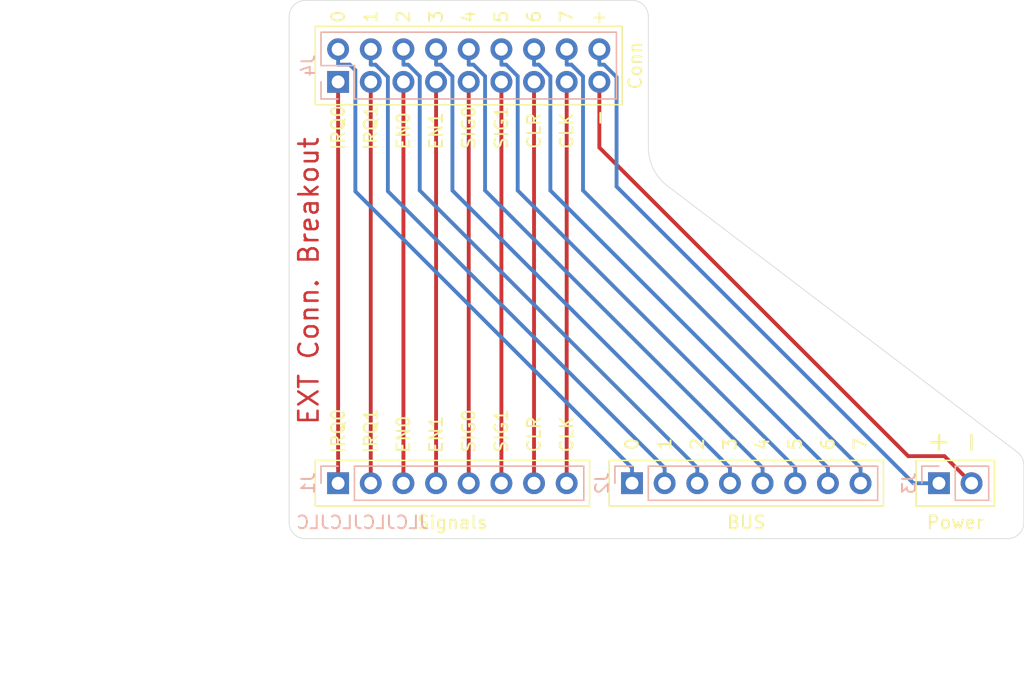
<source format=kicad_pcb>
(kicad_pcb (version 20171130) (host pcbnew "(5.1.5-0-10_14)")

  (general
    (thickness 1.6)
    (drawings 70)
    (tracks 72)
    (zones 0)
    (modules 4)
    (nets 19)
  )

  (page A4)
  (layers
    (0 F.Cu signal)
    (31 B.Cu signal)
    (32 B.Adhes user)
    (33 F.Adhes user)
    (34 B.Paste user)
    (35 F.Paste user)
    (36 B.SilkS user)
    (37 F.SilkS user)
    (38 B.Mask user)
    (39 F.Mask user)
    (40 Dwgs.User user)
    (41 Cmts.User user)
    (42 Eco1.User user)
    (43 Eco2.User user)
    (44 Edge.Cuts user)
    (45 Margin user)
    (46 B.CrtYd user)
    (47 F.CrtYd user)
    (48 B.Fab user)
    (49 F.Fab user)
  )

  (setup
    (last_trace_width 0.3)
    (trace_clearance 0.2)
    (zone_clearance 0.508)
    (zone_45_only no)
    (trace_min 0.2)
    (via_size 0.8)
    (via_drill 0.4)
    (via_min_size 0.4)
    (via_min_drill 0.3)
    (uvia_size 0.3)
    (uvia_drill 0.1)
    (uvias_allowed no)
    (uvia_min_size 0.2)
    (uvia_min_drill 0.1)
    (edge_width 0.05)
    (segment_width 0.2)
    (pcb_text_width 0.3)
    (pcb_text_size 1.5 1.5)
    (mod_edge_width 0.12)
    (mod_text_size 1 1)
    (mod_text_width 0.15)
    (pad_size 1.524 1.524)
    (pad_drill 0.762)
    (pad_to_mask_clearance 0.051)
    (solder_mask_min_width 0.25)
    (aux_axis_origin 0 0)
    (visible_elements FFFFFF7F)
    (pcbplotparams
      (layerselection 0x010f0_ffffffff)
      (usegerberextensions false)
      (usegerberattributes false)
      (usegerberadvancedattributes false)
      (creategerberjobfile false)
      (excludeedgelayer true)
      (linewidth 0.100000)
      (plotframeref false)
      (viasonmask false)
      (mode 1)
      (useauxorigin false)
      (hpglpennumber 1)
      (hpglpenspeed 20)
      (hpglpendiameter 15.000000)
      (psnegative false)
      (psa4output false)
      (plotreference true)
      (plotvalue true)
      (plotinvisibletext false)
      (padsonsilk false)
      (subtractmaskfromsilk false)
      (outputformat 1)
      (mirror false)
      (drillshape 0)
      (scaleselection 1)
      (outputdirectory "/Users/fscozzafava/Library/Mobile Documents/com~apple~CloudDocs/computer project/bus_breakout/gerber/"))
  )

  (net 0 "")
  (net 1 "Net-(J1-Pad8)")
  (net 2 "Net-(J1-Pad7)")
  (net 3 "Net-(J1-Pad6)")
  (net 4 "Net-(J1-Pad5)")
  (net 5 "Net-(J1-Pad4)")
  (net 6 "Net-(J1-Pad3)")
  (net 7 "Net-(J1-Pad2)")
  (net 8 "Net-(J1-Pad1)")
  (net 9 "Net-(J2-Pad8)")
  (net 10 "Net-(J2-Pad7)")
  (net 11 "Net-(J2-Pad6)")
  (net 12 "Net-(J2-Pad5)")
  (net 13 "Net-(J2-Pad4)")
  (net 14 "Net-(J2-Pad3)")
  (net 15 "Net-(J2-Pad2)")
  (net 16 "Net-(J2-Pad1)")
  (net 17 "Net-(J3-Pad2)")
  (net 18 "Net-(J3-Pad1)")

  (net_class Default "This is the default net class."
    (clearance 0.2)
    (trace_width 0.3)
    (via_dia 0.8)
    (via_drill 0.4)
    (uvia_dia 0.3)
    (uvia_drill 0.1)
    (add_net "Net-(J1-Pad1)")
    (add_net "Net-(J1-Pad2)")
    (add_net "Net-(J1-Pad3)")
    (add_net "Net-(J1-Pad4)")
    (add_net "Net-(J1-Pad5)")
    (add_net "Net-(J1-Pad6)")
    (add_net "Net-(J1-Pad7)")
    (add_net "Net-(J1-Pad8)")
    (add_net "Net-(J2-Pad1)")
    (add_net "Net-(J2-Pad2)")
    (add_net "Net-(J2-Pad3)")
    (add_net "Net-(J2-Pad4)")
    (add_net "Net-(J2-Pad5)")
    (add_net "Net-(J2-Pad6)")
    (add_net "Net-(J2-Pad7)")
    (add_net "Net-(J2-Pad8)")
    (add_net "Net-(J3-Pad1)")
    (add_net "Net-(J3-Pad2)")
  )

  (module Connector_PinHeader_2.54mm:PinHeader_2x09_P2.54mm_Vertical (layer F.Cu) (tedit 5E7F5B93) (tstamp 5E80E906)
    (at 82.55 41.91 90)
    (descr "Through hole straight pin header, 2x09, 2.54mm pitch, double rows")
    (tags "Through hole pin header THT 2x09 2.54mm double row")
    (path /5E7F9439)
    (fp_text reference J4 (at 1.27 -2.33 90) (layer B.SilkS)
      (effects (font (size 1 1) (thickness 0.15)) (justify mirror))
    )
    (fp_text value Conn (at 1.27 23.114 90) (layer F.SilkS)
      (effects (font (size 1 1) (thickness 0.15)))
    )
    (fp_line (start 0 -1.27) (end 3.81 -1.27) (layer F.Fab) (width 0.1))
    (fp_line (start 3.81 -1.27) (end 3.81 21.59) (layer F.Fab) (width 0.1))
    (fp_line (start 3.81 21.59) (end -1.27 21.59) (layer F.Fab) (width 0.1))
    (fp_line (start -1.27 21.59) (end -1.27 0) (layer F.Fab) (width 0.1))
    (fp_line (start -1.27 0) (end 0 -1.27) (layer F.Fab) (width 0.1))
    (fp_line (start -1.33 21.65) (end 3.87 21.65) (layer B.SilkS) (width 0.12))
    (fp_line (start -1.33 1.27) (end -1.33 21.65) (layer B.SilkS) (width 0.12))
    (fp_line (start 3.87 -1.33) (end 3.87 21.65) (layer B.SilkS) (width 0.12))
    (fp_line (start -1.33 1.27) (end 1.27 1.27) (layer B.SilkS) (width 0.12))
    (fp_line (start 1.27 1.27) (end 1.27 -1.33) (layer B.SilkS) (width 0.12))
    (fp_line (start 1.27 -1.33) (end 3.87 -1.33) (layer B.SilkS) (width 0.12))
    (fp_line (start -1.33 0) (end -1.33 -1.33) (layer B.SilkS) (width 0.12))
    (fp_line (start -1.33 -1.33) (end 0 -1.33) (layer B.SilkS) (width 0.12))
    (fp_line (start -1.8 -1.8) (end -1.8 22.1) (layer F.CrtYd) (width 0.05))
    (fp_line (start -1.8 22.1) (end 4.35 22.1) (layer F.CrtYd) (width 0.05))
    (fp_line (start 4.35 22.1) (end 4.35 -1.8) (layer F.CrtYd) (width 0.05))
    (fp_line (start 4.35 -1.8) (end -1.8 -1.8) (layer F.CrtYd) (width 0.05))
    (fp_text user %R (at 1.27 10.16 180) (layer F.Fab)
      (effects (font (size 1 1) (thickness 0.15)))
    )
    (pad 1 thru_hole rect (at 0 0 90) (size 1.7 1.7) (drill 1) (layers *.Cu *.Mask)
      (net 8 "Net-(J1-Pad1)"))
    (pad 2 thru_hole oval (at 2.54 0 90) (size 1.7 1.7) (drill 1) (layers *.Cu *.Mask)
      (net 16 "Net-(J2-Pad1)"))
    (pad 3 thru_hole oval (at 0 2.54 90) (size 1.7 1.7) (drill 1) (layers *.Cu *.Mask)
      (net 7 "Net-(J1-Pad2)"))
    (pad 4 thru_hole oval (at 2.54 2.54 90) (size 1.7 1.7) (drill 1) (layers *.Cu *.Mask)
      (net 15 "Net-(J2-Pad2)"))
    (pad 5 thru_hole oval (at 0 5.08 90) (size 1.7 1.7) (drill 1) (layers *.Cu *.Mask)
      (net 6 "Net-(J1-Pad3)"))
    (pad 6 thru_hole oval (at 2.54 5.08 90) (size 1.7 1.7) (drill 1) (layers *.Cu *.Mask)
      (net 14 "Net-(J2-Pad3)"))
    (pad 7 thru_hole oval (at 0 7.62 90) (size 1.7 1.7) (drill 1) (layers *.Cu *.Mask)
      (net 5 "Net-(J1-Pad4)"))
    (pad 8 thru_hole oval (at 2.54 7.62 90) (size 1.7 1.7) (drill 1) (layers *.Cu *.Mask)
      (net 13 "Net-(J2-Pad4)"))
    (pad 9 thru_hole oval (at 0 10.16 90) (size 1.7 1.7) (drill 1) (layers *.Cu *.Mask)
      (net 4 "Net-(J1-Pad5)"))
    (pad 10 thru_hole oval (at 2.54 10.16 90) (size 1.7 1.7) (drill 1) (layers *.Cu *.Mask)
      (net 12 "Net-(J2-Pad5)"))
    (pad 11 thru_hole oval (at 0 12.7 90) (size 1.7 1.7) (drill 1) (layers *.Cu *.Mask)
      (net 3 "Net-(J1-Pad6)"))
    (pad 12 thru_hole oval (at 2.54 12.7 90) (size 1.7 1.7) (drill 1) (layers *.Cu *.Mask)
      (net 11 "Net-(J2-Pad6)"))
    (pad 13 thru_hole oval (at 0 15.24 90) (size 1.7 1.7) (drill 1) (layers *.Cu *.Mask)
      (net 2 "Net-(J1-Pad7)"))
    (pad 14 thru_hole oval (at 2.54 15.24 90) (size 1.7 1.7) (drill 1) (layers *.Cu *.Mask)
      (net 10 "Net-(J2-Pad7)"))
    (pad 15 thru_hole oval (at 0 17.78 90) (size 1.7 1.7) (drill 1) (layers *.Cu *.Mask)
      (net 1 "Net-(J1-Pad8)"))
    (pad 16 thru_hole oval (at 2.54 17.78 90) (size 1.7 1.7) (drill 1) (layers *.Cu *.Mask)
      (net 9 "Net-(J2-Pad8)"))
    (pad 17 thru_hole oval (at 0 20.32 90) (size 1.7 1.7) (drill 1) (layers *.Cu *.Mask)
      (net 17 "Net-(J3-Pad2)"))
    (pad 18 thru_hole oval (at 2.54 20.32 90) (size 1.7 1.7) (drill 1) (layers *.Cu *.Mask)
      (net 18 "Net-(J3-Pad1)"))
    (model ${KISYS3DMOD}/Connector_PinHeader_2.54mm.3dshapes/PinHeader_2x09_P2.54mm_Vertical.wrl
      (at (xyz 0 0 0))
      (scale (xyz 1 1 1))
      (rotate (xyz 0 0 0))
    )
  )

  (module Connector_PinHeader_2.54mm:PinHeader_1x02_P2.54mm_Vertical (layer B.Cu) (tedit 59FED5CC) (tstamp 5E80E8DE)
    (at 129.286 73.152 270)
    (descr "Through hole straight pin header, 1x02, 2.54mm pitch, single row")
    (tags "Through hole pin header THT 1x02 2.54mm single row")
    (path /5E7F8A6C)
    (fp_text reference J3 (at 0 2.33 270) (layer B.SilkS)
      (effects (font (size 1 1) (thickness 0.15)) (justify mirror))
    )
    (fp_text value Power (at 3.048 -1.27 180) (layer F.SilkS)
      (effects (font (size 1 1) (thickness 0.15)))
    )
    (fp_text user %R (at 0 -1.27) (layer B.Fab)
      (effects (font (size 1 1) (thickness 0.15)) (justify mirror))
    )
    (fp_line (start 1.8 1.8) (end -1.8 1.8) (layer B.CrtYd) (width 0.05))
    (fp_line (start 1.8 -4.35) (end 1.8 1.8) (layer B.CrtYd) (width 0.05))
    (fp_line (start -1.8 -4.35) (end 1.8 -4.35) (layer B.CrtYd) (width 0.05))
    (fp_line (start -1.8 1.8) (end -1.8 -4.35) (layer B.CrtYd) (width 0.05))
    (fp_line (start -1.33 1.33) (end 0 1.33) (layer B.SilkS) (width 0.12))
    (fp_line (start -1.33 0) (end -1.33 1.33) (layer B.SilkS) (width 0.12))
    (fp_line (start -1.33 -1.27) (end 1.33 -1.27) (layer B.SilkS) (width 0.12))
    (fp_line (start 1.33 -1.27) (end 1.33 -3.87) (layer B.SilkS) (width 0.12))
    (fp_line (start -1.33 -1.27) (end -1.33 -3.87) (layer B.SilkS) (width 0.12))
    (fp_line (start -1.33 -3.87) (end 1.33 -3.87) (layer B.SilkS) (width 0.12))
    (fp_line (start -1.27 0.635) (end -0.635 1.27) (layer B.Fab) (width 0.1))
    (fp_line (start -1.27 -3.81) (end -1.27 0.635) (layer B.Fab) (width 0.1))
    (fp_line (start 1.27 -3.81) (end -1.27 -3.81) (layer B.Fab) (width 0.1))
    (fp_line (start 1.27 1.27) (end 1.27 -3.81) (layer B.Fab) (width 0.1))
    (fp_line (start -0.635 1.27) (end 1.27 1.27) (layer B.Fab) (width 0.1))
    (pad 2 thru_hole oval (at 0 -2.54 270) (size 1.7 1.7) (drill 1) (layers *.Cu *.Mask)
      (net 17 "Net-(J3-Pad2)"))
    (pad 1 thru_hole rect (at 0 0 270) (size 1.7 1.7) (drill 1) (layers *.Cu *.Mask)
      (net 18 "Net-(J3-Pad1)"))
    (model ${KISYS3DMOD}/Connector_PinHeader_2.54mm.3dshapes/PinHeader_1x02_P2.54mm_Vertical.wrl
      (at (xyz 0 0 0))
      (scale (xyz 1 1 1))
      (rotate (xyz 0 0 0))
    )
  )

  (module Connector_PinHeader_2.54mm:PinHeader_1x08_P2.54mm_Vertical (layer B.Cu) (tedit 59FED5CC) (tstamp 5E80E8C8)
    (at 105.41 73.152 270)
    (descr "Through hole straight pin header, 1x08, 2.54mm pitch, single row")
    (tags "Through hole pin header THT 1x08 2.54mm single row")
    (path /5E7F6C54)
    (fp_text reference J2 (at 0 2.33 270) (layer B.SilkS)
      (effects (font (size 1 1) (thickness 0.15)) (justify mirror))
    )
    (fp_text value BUS (at 3.048 -8.89 180) (layer F.SilkS)
      (effects (font (size 1 1) (thickness 0.15)))
    )
    (fp_line (start -0.635 1.27) (end 1.27 1.27) (layer B.Fab) (width 0.1))
    (fp_line (start 1.27 1.27) (end 1.27 -19.05) (layer B.Fab) (width 0.1))
    (fp_line (start 1.27 -19.05) (end -1.27 -19.05) (layer B.Fab) (width 0.1))
    (fp_line (start -1.27 -19.05) (end -1.27 0.635) (layer B.Fab) (width 0.1))
    (fp_line (start -1.27 0.635) (end -0.635 1.27) (layer B.Fab) (width 0.1))
    (fp_line (start -1.33 -19.11) (end 1.33 -19.11) (layer B.SilkS) (width 0.12))
    (fp_line (start -1.33 -1.27) (end -1.33 -19.11) (layer B.SilkS) (width 0.12))
    (fp_line (start 1.33 -1.27) (end 1.33 -19.11) (layer B.SilkS) (width 0.12))
    (fp_line (start -1.33 -1.27) (end 1.33 -1.27) (layer B.SilkS) (width 0.12))
    (fp_line (start -1.33 0) (end -1.33 1.33) (layer B.SilkS) (width 0.12))
    (fp_line (start -1.33 1.33) (end 0 1.33) (layer B.SilkS) (width 0.12))
    (fp_line (start -1.8 1.8) (end -1.8 -19.55) (layer B.CrtYd) (width 0.05))
    (fp_line (start -1.8 -19.55) (end 1.8 -19.55) (layer B.CrtYd) (width 0.05))
    (fp_line (start 1.8 -19.55) (end 1.8 1.8) (layer B.CrtYd) (width 0.05))
    (fp_line (start 1.8 1.8) (end -1.8 1.8) (layer B.CrtYd) (width 0.05))
    (fp_text user %R (at 0 -8.89) (layer B.Fab)
      (effects (font (size 1 1) (thickness 0.15)) (justify mirror))
    )
    (pad 1 thru_hole rect (at 0 0 270) (size 1.7 1.7) (drill 1) (layers *.Cu *.Mask)
      (net 16 "Net-(J2-Pad1)"))
    (pad 2 thru_hole oval (at 0 -2.54 270) (size 1.7 1.7) (drill 1) (layers *.Cu *.Mask)
      (net 15 "Net-(J2-Pad2)"))
    (pad 3 thru_hole oval (at 0 -5.08 270) (size 1.7 1.7) (drill 1) (layers *.Cu *.Mask)
      (net 14 "Net-(J2-Pad3)"))
    (pad 4 thru_hole oval (at 0 -7.62 270) (size 1.7 1.7) (drill 1) (layers *.Cu *.Mask)
      (net 13 "Net-(J2-Pad4)"))
    (pad 5 thru_hole oval (at 0 -10.16 270) (size 1.7 1.7) (drill 1) (layers *.Cu *.Mask)
      (net 12 "Net-(J2-Pad5)"))
    (pad 6 thru_hole oval (at 0 -12.7 270) (size 1.7 1.7) (drill 1) (layers *.Cu *.Mask)
      (net 11 "Net-(J2-Pad6)"))
    (pad 7 thru_hole oval (at 0 -15.24 270) (size 1.7 1.7) (drill 1) (layers *.Cu *.Mask)
      (net 10 "Net-(J2-Pad7)"))
    (pad 8 thru_hole oval (at 0 -17.78 270) (size 1.7 1.7) (drill 1) (layers *.Cu *.Mask)
      (net 9 "Net-(J2-Pad8)"))
    (model ${KISYS3DMOD}/Connector_PinHeader_2.54mm.3dshapes/PinHeader_1x08_P2.54mm_Vertical.wrl
      (at (xyz 0 0 0))
      (scale (xyz 1 1 1))
      (rotate (xyz 0 0 0))
    )
  )

  (module Connector_PinHeader_2.54mm:PinHeader_1x08_P2.54mm_Vertical (layer B.Cu) (tedit 59FED5CC) (tstamp 5E80E8AC)
    (at 82.55 73.152 270)
    (descr "Through hole straight pin header, 1x08, 2.54mm pitch, single row")
    (tags "Through hole pin header THT 1x08 2.54mm single row")
    (path /5E7F3AE4)
    (fp_text reference J1 (at 0 2.33 270) (layer B.SilkS)
      (effects (font (size 1 1) (thickness 0.15)) (justify mirror))
    )
    (fp_text value Signals (at 3.048 -8.89 180) (layer F.SilkS)
      (effects (font (size 1 1) (thickness 0.15)))
    )
    (fp_line (start -0.635 1.27) (end 1.27 1.27) (layer B.Fab) (width 0.1))
    (fp_line (start 1.27 1.27) (end 1.27 -19.05) (layer B.Fab) (width 0.1))
    (fp_line (start 1.27 -19.05) (end -1.27 -19.05) (layer B.Fab) (width 0.1))
    (fp_line (start -1.27 -19.05) (end -1.27 0.635) (layer B.Fab) (width 0.1))
    (fp_line (start -1.27 0.635) (end -0.635 1.27) (layer B.Fab) (width 0.1))
    (fp_line (start -1.33 -19.11) (end 1.33 -19.11) (layer B.SilkS) (width 0.12))
    (fp_line (start -1.33 -1.27) (end -1.33 -19.11) (layer B.SilkS) (width 0.12))
    (fp_line (start 1.33 -1.27) (end 1.33 -19.11) (layer B.SilkS) (width 0.12))
    (fp_line (start -1.33 -1.27) (end 1.33 -1.27) (layer B.SilkS) (width 0.12))
    (fp_line (start -1.33 0) (end -1.33 1.33) (layer B.SilkS) (width 0.12))
    (fp_line (start -1.33 1.33) (end 0 1.33) (layer B.SilkS) (width 0.12))
    (fp_line (start -1.8 1.8) (end -1.8 -19.55) (layer B.CrtYd) (width 0.05))
    (fp_line (start -1.8 -19.55) (end 1.8 -19.55) (layer B.CrtYd) (width 0.05))
    (fp_line (start 1.8 -19.55) (end 1.8 1.8) (layer B.CrtYd) (width 0.05))
    (fp_line (start 1.8 1.8) (end -1.8 1.8) (layer B.CrtYd) (width 0.05))
    (fp_text user %R (at 0 -8.89) (layer B.Fab)
      (effects (font (size 1 1) (thickness 0.15)) (justify mirror))
    )
    (pad 1 thru_hole rect (at 0 0 270) (size 1.7 1.7) (drill 1) (layers *.Cu *.Mask)
      (net 8 "Net-(J1-Pad1)"))
    (pad 2 thru_hole oval (at 0 -2.54 270) (size 1.7 1.7) (drill 1) (layers *.Cu *.Mask)
      (net 7 "Net-(J1-Pad2)"))
    (pad 3 thru_hole oval (at 0 -5.08 270) (size 1.7 1.7) (drill 1) (layers *.Cu *.Mask)
      (net 6 "Net-(J1-Pad3)"))
    (pad 4 thru_hole oval (at 0 -7.62 270) (size 1.7 1.7) (drill 1) (layers *.Cu *.Mask)
      (net 5 "Net-(J1-Pad4)"))
    (pad 5 thru_hole oval (at 0 -10.16 270) (size 1.7 1.7) (drill 1) (layers *.Cu *.Mask)
      (net 4 "Net-(J1-Pad5)"))
    (pad 6 thru_hole oval (at 0 -12.7 270) (size 1.7 1.7) (drill 1) (layers *.Cu *.Mask)
      (net 3 "Net-(J1-Pad6)"))
    (pad 7 thru_hole oval (at 0 -15.24 270) (size 1.7 1.7) (drill 1) (layers *.Cu *.Mask)
      (net 2 "Net-(J1-Pad7)"))
    (pad 8 thru_hole oval (at 0 -17.78 270) (size 1.7 1.7) (drill 1) (layers *.Cu *.Mask)
      (net 1 "Net-(J1-Pad8)"))
    (model ${KISYS3DMOD}/Connector_PinHeader_2.54mm.3dshapes/PinHeader_1x08_P2.54mm_Vertical.wrl
      (at (xyz 0 0 0))
      (scale (xyz 1 1 1))
      (rotate (xyz 0 0 0))
    )
  )

  (gr_text JLCJLCJLCJLC (at 84.455 76.2) (layer B.SilkS) (tstamp 5E7FDA41)
    (effects (font (size 1 1) (thickness 0.15)) (justify mirror))
  )
  (gr_text "EXT Conn. Breakout" (at 80.264 57.404 90) (layer F.Mask) (tstamp 5E7F6D06)
    (effects (font (size 1.5 1.5) (thickness 0.2)))
  )
  (dimension 37.392 (width 0.15) (layer Dwgs.User)
    (gr_text "37.392 mm" (at 59.914 56.256 90) (layer Dwgs.User)
      (effects (font (size 1 1) (thickness 0.15)))
    )
    (feature1 (pts (xy 80.75 37.56) (xy 60.627579 37.56)))
    (feature2 (pts (xy 80.75 74.952) (xy 60.627579 74.952)))
    (crossbar (pts (xy 61.214 74.952) (xy 61.214 37.56)))
    (arrow1a (pts (xy 61.214 37.56) (xy 61.800421 38.686504)))
    (arrow1b (pts (xy 61.214 37.56) (xy 60.627579 38.686504)))
    (arrow2a (pts (xy 61.214 74.952) (xy 61.800421 73.825496)))
    (arrow2b (pts (xy 61.214 74.952) (xy 60.627579 73.825496)))
  )
  (gr_text "EXT Conn. Breakout" (at 80.264 57.404 90) (layer F.Cu)
    (effects (font (size 1.5 1.5) (thickness 0.2)))
  )
  (gr_arc (start 80.01 76.2) (end 78.74 76.2) (angle -90) (layer Edge.Cuts) (width 0.05))
  (gr_arc (start 134.62 76.2) (end 134.62 77.47) (angle -90) (layer Edge.Cuts) (width 0.05))
  (gr_arc (start 105.41 36.83) (end 106.68 36.83) (angle -90) (layer Edge.Cuts) (width 0.05))
  (gr_arc (start 80.01 36.83) (end 80.01 35.56) (angle -90) (layer Edge.Cuts) (width 0.05))
  (gr_arc (start 134.62 71.747923) (end 135.89 71.747923) (angle -52.93767885) (layer Edge.Cuts) (width 0.05))
  (gr_arc (start 110.49 46.99) (end 106.68 46.99) (angle -55.74323869) (layer Edge.Cuts) (width 0.05))
  (gr_line (start 134.62 77.47) (end 80.01 77.47) (layer Edge.Cuts) (width 0.05))
  (gr_line (start 135.89 71.747923) (end 135.89 76.2) (layer Edge.Cuts) (width 0.05))
  (gr_line (start 108.345342 50.139054) (end 135.385408 70.734488) (layer Edge.Cuts) (width 0.05))
  (gr_line (start 106.68 44.45) (end 106.68 46.99) (layer Edge.Cuts) (width 0.05))
  (gr_line (start 106.68 36.83) (end 106.68 44.45) (layer Edge.Cuts) (width 0.05))
  (gr_line (start 80.01 35.56) (end 105.41 35.56) (layer Edge.Cuts) (width 0.05))
  (gr_line (start 78.74 76.2) (end 78.74 36.83) (layer Edge.Cuts) (width 0.05))
  (gr_line (start 104.648 37.592) (end 80.772 37.592) (layer F.SilkS) (width 0.12) (tstamp 5E7F5E19))
  (gr_line (start 104.648 43.688) (end 104.648 37.592) (layer F.SilkS) (width 0.12))
  (gr_line (start 80.772 43.688) (end 104.648 43.688) (layer F.SilkS) (width 0.12))
  (gr_line (start 80.772 37.592) (end 80.772 43.688) (layer F.SilkS) (width 0.12))
  (gr_line (start 133.604 71.374) (end 127.508 71.374) (layer F.SilkS) (width 0.12) (tstamp 5E80FDC8))
  (gr_line (start 133.604 74.93) (end 133.604 71.374) (layer F.SilkS) (width 0.12))
  (gr_line (start 127.508 74.93) (end 133.604 74.93) (layer F.SilkS) (width 0.12))
  (gr_line (start 127.508 71.374) (end 127.508 74.93) (layer F.SilkS) (width 0.12))
  (gr_line (start 124.968 71.374) (end 103.632 71.374) (layer F.SilkS) (width 0.12) (tstamp 5E80FDC7))
  (gr_line (start 124.968 74.93) (end 124.968 71.374) (layer F.SilkS) (width 0.12))
  (gr_line (start 103.632 74.93) (end 124.968 74.93) (layer F.SilkS) (width 0.12))
  (gr_line (start 103.632 71.374) (end 103.632 74.93) (layer F.SilkS) (width 0.12))
  (gr_line (start 102.108 71.374) (end 80.772 71.374) (layer F.SilkS) (width 0.12) (tstamp 5E80FDC6))
  (gr_line (start 102.108 74.93) (end 102.108 71.374) (layer F.SilkS) (width 0.12))
  (gr_line (start 80.772 74.93) (end 102.108 74.93) (layer F.SilkS) (width 0.12))
  (gr_line (start 80.772 71.374) (end 80.772 74.93) (layer F.SilkS) (width 0.12))
  (gr_text CLK (at 100.33 45.72 90) (layer F.SilkS) (tstamp 5E80F5C8)
    (effects (font (size 1 1) (thickness 0.15)))
  )
  (gr_text CLR (at 97.79 45.72 90) (layer F.SilkS) (tstamp 5E80F5C7)
    (effects (font (size 1 1) (thickness 0.15)))
  )
  (gr_text SIG1 (at 95.25 45.466 90) (layer F.SilkS) (tstamp 5E80F5C6)
    (effects (font (size 1 1) (thickness 0.15)))
  )
  (gr_text SIG0 (at 92.71 45.466 90) (layer F.SilkS) (tstamp 5E80F5C5)
    (effects (font (size 1 1) (thickness 0.15)))
  )
  (gr_text EN1 (at 90.17 45.72 90) (layer F.SilkS) (tstamp 5E80F5C4)
    (effects (font (size 1 1) (thickness 0.15)))
  )
  (gr_text EN0 (at 87.63 45.72 90) (layer F.SilkS) (tstamp 5E80F5C3)
    (effects (font (size 1 1) (thickness 0.15)))
  )
  (gr_text IRQ1 (at 85.09 45.466 90) (layer F.SilkS) (tstamp 5E80F5C2)
    (effects (font (size 1 1) (thickness 0.15)))
  )
  (gr_text IRQ0 (at 82.55 45.466 90) (layer F.SilkS) (tstamp 5E80F5C1)
    (effects (font (size 1 1) (thickness 0.15)))
  )
  (gr_text 3 (at 90.17 36.83 90) (layer F.SilkS) (tstamp 5E80F5B8)
    (effects (font (size 1 1) (thickness 0.15)))
  )
  (gr_text 6 (at 97.79 36.83 90) (layer F.SilkS) (tstamp 5E80F5B7)
    (effects (font (size 1 1) (thickness 0.15)))
  )
  (gr_text 7 (at 100.33 36.83 90) (layer F.SilkS) (tstamp 5E80F5B6)
    (effects (font (size 1 1) (thickness 0.15)))
  )
  (gr_text 2 (at 87.63 36.83 90) (layer F.SilkS) (tstamp 5E80F5B5)
    (effects (font (size 1 1) (thickness 0.15)))
  )
  (gr_text 5 (at 95.25 36.83 90) (layer F.SilkS) (tstamp 5E80F5B4)
    (effects (font (size 1 1) (thickness 0.15)))
  )
  (gr_text 4 (at 92.71 36.83 90) (layer F.SilkS) (tstamp 5E80F5B3)
    (effects (font (size 1 1) (thickness 0.15)))
  )
  (gr_text 0 (at 82.55 36.83 90) (layer F.SilkS) (tstamp 5E80F5B2)
    (effects (font (size 1 1) (thickness 0.15)))
  )
  (gr_text 1 (at 85.09 36.83 90) (layer F.SilkS) (tstamp 5E80F5B1)
    (effects (font (size 1 1) (thickness 0.15)))
  )
  (gr_text - (at 102.87 44.704 90) (layer F.SilkS) (tstamp 5E80F5A9)
    (effects (font (size 1 1) (thickness 0.15)))
  )
  (gr_text + (at 102.87 36.83) (layer F.SilkS) (tstamp 5E80F5A8)
    (effects (font (size 1 1) (thickness 0.15)))
  )
  (dimension 52.886 (width 0.15) (layer Dwgs.User)
    (gr_text "52.886 mm" (at 107.193 89.946) (layer Dwgs.User)
      (effects (font (size 1 1) (thickness 0.15)))
    )
    (feature1 (pts (xy 133.636 74.952) (xy 133.636 89.232421)))
    (feature2 (pts (xy 80.75 74.952) (xy 80.75 89.232421)))
    (crossbar (pts (xy 80.75 88.646) (xy 133.636 88.646)))
    (arrow1a (pts (xy 133.636 88.646) (xy 132.509496 89.232421)))
    (arrow1b (pts (xy 133.636 88.646) (xy 132.509496 88.059579)))
    (arrow2a (pts (xy 80.75 88.646) (xy 81.876504 89.232421)))
    (arrow2b (pts (xy 80.75 88.646) (xy 81.876504 88.059579)))
  )
  (gr_text IRQ0 (at 82.55 69.088 90) (layer F.SilkS) (tstamp 5E7F3098)
    (effects (font (size 1 1) (thickness 0.15)))
  )
  (gr_text IRQ1 (at 85.09 69.088 90) (layer F.SilkS) (tstamp 5E7F3097)
    (effects (font (size 1 1) (thickness 0.15)))
  )
  (gr_text EN0 (at 87.63 69.342 90) (layer F.SilkS) (tstamp 5E7F3096)
    (effects (font (size 1 1) (thickness 0.15)))
  )
  (gr_text EN1 (at 90.17 69.342 90) (layer F.SilkS) (tstamp 5E7F3095)
    (effects (font (size 1 1) (thickness 0.15)))
  )
  (gr_text SIG0 (at 92.71 69.088 90) (layer F.SilkS) (tstamp 5E7F3094)
    (effects (font (size 1 1) (thickness 0.15)))
  )
  (gr_text SIG1 (at 95.25 69.088 90) (layer F.SilkS) (tstamp 5E7F3093)
    (effects (font (size 1 1) (thickness 0.15)))
  )
  (gr_text CLR (at 97.79 69.342 90) (layer F.SilkS) (tstamp 5E7F3092)
    (effects (font (size 1 1) (thickness 0.15)))
  )
  (gr_text CLK (at 100.33 69.342 90) (layer F.SilkS) (tstamp 5E7F3091)
    (effects (font (size 1 1) (thickness 0.15)))
  )
  (gr_text 1 (at 107.95 70.104 90) (layer F.SilkS) (tstamp 5E7F3090)
    (effects (font (size 1 1) (thickness 0.15)))
  )
  (gr_text 0 (at 105.41 70.104 90) (layer F.SilkS) (tstamp 5E7F308F)
    (effects (font (size 1 1) (thickness 0.15)))
  )
  (gr_text 4 (at 115.57 70.104 90) (layer F.SilkS) (tstamp 5E7F308E)
    (effects (font (size 1 1) (thickness 0.15)))
  )
  (gr_text 5 (at 118.11 70.104 90) (layer F.SilkS) (tstamp 5E7F308D)
    (effects (font (size 1 1) (thickness 0.15)))
  )
  (gr_text 2 (at 110.49 70.104 90) (layer F.SilkS) (tstamp 5E7F308C)
    (effects (font (size 1 1) (thickness 0.15)))
  )
  (gr_text 7 (at 123.19 70.104 90) (layer F.SilkS) (tstamp 5E7F308B)
    (effects (font (size 1 1) (thickness 0.15)))
  )
  (gr_text 6 (at 120.65 70.104 90) (layer F.SilkS) (tstamp 5E7F308A)
    (effects (font (size 1 1) (thickness 0.15)))
  )
  (gr_text 3 (at 113.03 70.104 90) (layer F.SilkS) (tstamp 5E7F3089)
    (effects (font (size 1 1) (thickness 0.15)))
  )
  (gr_text + (at 129.286 69.85) (layer F.SilkS) (tstamp 5E7F3088)
    (effects (font (size 1.5 1.5) (thickness 0.2)))
  )
  (gr_text - (at 131.699 69.977 90) (layer F.SilkS) (tstamp 5E7F3087)
    (effects (font (size 1.5 1.5) (thickness 0.2)))
  )

  (segment (start 100.33 41.91) (end 100.33 73.152) (width 0.3) (layer F.Cu) (net 1))
  (segment (start 97.79 73.152) (end 97.79 71.9517) (width 0.3) (layer F.Cu) (net 2))
  (segment (start 97.79 71.9517) (end 97.79 41.91) (width 0.3) (layer F.Cu) (net 2))
  (segment (start 95.25 41.91) (end 95.25 43.1103) (width 0.3) (layer F.Cu) (net 3))
  (segment (start 95.25 73.152) (end 95.25 71.9517) (width 0.3) (layer F.Cu) (net 3))
  (segment (start 95.25 71.9517) (end 95.25 43.1103) (width 0.3) (layer F.Cu) (net 3))
  (segment (start 92.71 73.152) (end 92.71 41.91) (width 0.3) (layer F.Cu) (net 4))
  (segment (start 90.17 73.152) (end 90.17 41.91) (width 0.3) (layer F.Cu) (net 5))
  (segment (start 87.63 73.152) (end 87.63 71.9517) (width 0.3) (layer F.Cu) (net 6))
  (segment (start 87.63 71.9517) (end 87.63 41.91) (width 0.3) (layer F.Cu) (net 6))
  (segment (start 85.09 73.152) (end 85.09 41.91) (width 0.3) (layer F.Cu) (net 7))
  (segment (start 82.55 43.1103) (end 82.55 71.9517) (width 0.3) (layer F.Cu) (net 8))
  (segment (start 82.55 73.152) (end 82.55 71.9517) (width 0.3) (layer F.Cu) (net 8))
  (segment (start 82.55 41.91) (end 82.55 43.1103) (width 0.3) (layer F.Cu) (net 8))
  (segment (start 100.33 39.37) (end 100.33 40.5703) (width 0.3) (layer B.Cu) (net 9))
  (segment (start 123.19 73.152) (end 123.19 71.9517) (width 0.3) (layer B.Cu) (net 9))
  (segment (start 123.19 71.9517) (end 101.6 50.3617) (width 0.3) (layer B.Cu) (net 9))
  (segment (start 101.6 50.3617) (end 101.6 41.4673) (width 0.3) (layer B.Cu) (net 9))
  (segment (start 101.6 41.4673) (end 100.703 40.5703) (width 0.3) (layer B.Cu) (net 9))
  (segment (start 100.703 40.5703) (end 100.33 40.5703) (width 0.3) (layer B.Cu) (net 9))
  (segment (start 97.79 39.37) (end 97.79 40.5703) (width 0.3) (layer B.Cu) (net 10))
  (segment (start 120.65 73.152) (end 120.65 71.9517) (width 0.3) (layer B.Cu) (net 10))
  (segment (start 120.65 71.9517) (end 99.06 50.3617) (width 0.3) (layer B.Cu) (net 10))
  (segment (start 99.06 50.3617) (end 99.06 41.4673) (width 0.3) (layer B.Cu) (net 10))
  (segment (start 99.06 41.4673) (end 98.163 40.5703) (width 0.3) (layer B.Cu) (net 10))
  (segment (start 98.163 40.5703) (end 97.79 40.5703) (width 0.3) (layer B.Cu) (net 10))
  (segment (start 95.25 39.37) (end 95.25 40.5703) (width 0.3) (layer B.Cu) (net 11))
  (segment (start 118.11 73.152) (end 118.11 71.9517) (width 0.3) (layer B.Cu) (net 11))
  (segment (start 118.11 71.9517) (end 96.52 50.3617) (width 0.3) (layer B.Cu) (net 11))
  (segment (start 96.52 50.3617) (end 96.52 41.4673) (width 0.3) (layer B.Cu) (net 11))
  (segment (start 96.52 41.4673) (end 95.623 40.5703) (width 0.3) (layer B.Cu) (net 11))
  (segment (start 95.623 40.5703) (end 95.25 40.5703) (width 0.3) (layer B.Cu) (net 11))
  (segment (start 92.71 39.37) (end 92.71 40.5703) (width 0.3) (layer B.Cu) (net 12))
  (segment (start 115.57 73.152) (end 115.57 71.9517) (width 0.3) (layer B.Cu) (net 12))
  (segment (start 115.57 71.9517) (end 93.98 50.3617) (width 0.3) (layer B.Cu) (net 12))
  (segment (start 93.98 50.3617) (end 93.98 41.4673) (width 0.3) (layer B.Cu) (net 12))
  (segment (start 93.98 41.4673) (end 93.083 40.5703) (width 0.3) (layer B.Cu) (net 12))
  (segment (start 93.083 40.5703) (end 92.71 40.5703) (width 0.3) (layer B.Cu) (net 12))
  (segment (start 90.17 39.37) (end 90.17 40.5703) (width 0.3) (layer B.Cu) (net 13))
  (segment (start 113.03 73.152) (end 113.03 71.9517) (width 0.3) (layer B.Cu) (net 13))
  (segment (start 113.03 71.9517) (end 91.44 50.3617) (width 0.3) (layer B.Cu) (net 13))
  (segment (start 91.44 50.3617) (end 91.44 41.4673) (width 0.3) (layer B.Cu) (net 13))
  (segment (start 91.44 41.4673) (end 90.543 40.5703) (width 0.3) (layer B.Cu) (net 13))
  (segment (start 90.543 40.5703) (end 90.17 40.5703) (width 0.3) (layer B.Cu) (net 13))
  (segment (start 87.63 39.37) (end 87.63 40.5703) (width 0.3) (layer B.Cu) (net 14))
  (segment (start 110.49 73.152) (end 110.49 71.9517) (width 0.3) (layer B.Cu) (net 14))
  (segment (start 110.49 71.9517) (end 88.9 50.3617) (width 0.3) (layer B.Cu) (net 14))
  (segment (start 88.9 50.3617) (end 88.9 41.4673) (width 0.3) (layer B.Cu) (net 14))
  (segment (start 88.9 41.4673) (end 88.003 40.5703) (width 0.3) (layer B.Cu) (net 14))
  (segment (start 88.003 40.5703) (end 87.63 40.5703) (width 0.3) (layer B.Cu) (net 14))
  (segment (start 107.95 71.9517) (end 86.4206 50.4223) (width 0.3) (layer B.Cu) (net 15))
  (segment (start 86.4206 50.4223) (end 86.4206 41.5278) (width 0.3) (layer B.Cu) (net 15))
  (segment (start 86.4206 41.5278) (end 85.4631 40.5703) (width 0.3) (layer B.Cu) (net 15))
  (segment (start 85.4631 40.5703) (end 85.09 40.5703) (width 0.3) (layer B.Cu) (net 15))
  (segment (start 85.09 39.37) (end 85.09 40.5703) (width 0.3) (layer B.Cu) (net 15))
  (segment (start 107.95 73.152) (end 107.95 71.9517) (width 0.3) (layer B.Cu) (net 15))
  (segment (start 82.55 39.37) (end 82.55 40.5703) (width 0.3) (layer B.Cu) (net 16))
  (segment (start 105.41 73.152) (end 105.41 71.9517) (width 0.3) (layer B.Cu) (net 16))
  (segment (start 105.41 71.9517) (end 83.8896 50.4313) (width 0.3) (layer B.Cu) (net 16))
  (segment (start 83.8896 50.4313) (end 83.8896 41.0022) (width 0.3) (layer B.Cu) (net 16))
  (segment (start 83.8896 41.0022) (end 83.4577 40.5703) (width 0.3) (layer B.Cu) (net 16))
  (segment (start 83.4577 40.5703) (end 82.55 40.5703) (width 0.3) (layer B.Cu) (net 16))
  (segment (start 129.7178 71.0438) (end 131.826 73.152) (width 0.3) (layer F.Cu) (net 17))
  (segment (start 126.8984 71.0438) (end 129.7178 71.0438) (width 0.3) (layer F.Cu) (net 17))
  (segment (start 102.87 47.0154) (end 126.8984 71.0438) (width 0.3) (layer F.Cu) (net 17))
  (segment (start 102.87 41.91) (end 102.87 47.0154) (width 0.3) (layer F.Cu) (net 17))
  (segment (start 127.3048 73.152) (end 129.286 73.152) (width 0.3) (layer B.Cu) (net 18))
  (segment (start 102.87 39.37) (end 102.87 40.5703) (width 0.3) (layer B.Cu) (net 18))
  (segment (start 104.2096 50.0568) (end 127.3048 73.152) (width 0.3) (layer B.Cu) (net 18))
  (segment (start 104.2096 41.5369) (end 104.2096 50.0568) (width 0.3) (layer B.Cu) (net 18))
  (segment (start 103.243 40.5703) (end 104.2096 41.5369) (width 0.3) (layer B.Cu) (net 18))
  (segment (start 102.87 40.5703) (end 103.243 40.5703) (width 0.3) (layer B.Cu) (net 18))

)

</source>
